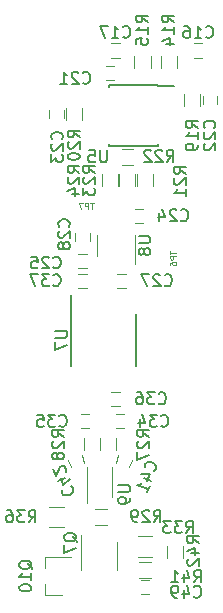
<source format=gbo>
G04 #@! TF.GenerationSoftware,KiCad,Pcbnew,(2017-12-21 revision 7586afd53)-makepkg*
G04 #@! TF.CreationDate,2018-10-14T14:18:47-07:00*
G04 #@! TF.ProjectId,fsorx,66736F72782E6B696361645F70636200,rev?*
G04 #@! TF.SameCoordinates,Original*
G04 #@! TF.FileFunction,Legend,Bot*
G04 #@! TF.FilePolarity,Positive*
%FSLAX46Y46*%
G04 Gerber Fmt 4.6, Leading zero omitted, Abs format (unit mm)*
G04 Created by KiCad (PCBNEW (2017-12-21 revision 7586afd53)-makepkg) date 10/14/18 14:18:47*
%MOMM*%
%LPD*%
G01*
G04 APERTURE LIST*
%ADD10C,0.120000*%
%ADD11C,0.150000*%
%ADD12C,0.125000*%
G04 APERTURE END LIST*
D10*
X82767424Y-129931944D02*
X82767424Y-126981944D01*
X85867424Y-127531944D02*
X85867424Y-129931944D01*
X85780000Y-119731944D02*
X85780000Y-118731944D01*
X84420000Y-118731944D02*
X84420000Y-119731944D01*
X83020000Y-118731944D02*
X83020000Y-119731944D01*
X84380000Y-119731944D02*
X84380000Y-118731944D01*
X85427633Y-123708278D02*
X85427633Y-121208278D01*
X83307633Y-121208278D02*
X83307633Y-124208278D01*
X93067424Y-85331944D02*
X92367424Y-85331944D01*
X92367424Y-86531944D02*
X93067424Y-86531944D01*
X86844109Y-121234105D02*
X87083523Y-120576320D01*
X85955891Y-120165895D02*
X85716477Y-120823680D01*
X81716477Y-120576320D02*
X81955891Y-121234105D01*
X83083523Y-120823680D02*
X82844109Y-120165895D01*
X88567424Y-130731944D02*
X87867424Y-130731944D01*
X87867424Y-131931944D02*
X88567424Y-131931944D01*
X79757424Y-132011944D02*
X79757424Y-131081944D01*
X79757424Y-128851944D02*
X79757424Y-129781944D01*
X79757424Y-128851944D02*
X81917424Y-128851944D01*
X79757424Y-132011944D02*
X81217424Y-132011944D01*
X89537424Y-86431944D02*
X89537424Y-87431944D01*
X90897424Y-87431944D02*
X90897424Y-86431944D01*
X87314678Y-86431944D02*
X87314678Y-87431944D01*
X88674678Y-87431944D02*
X88674678Y-86431944D01*
X84967424Y-124751944D02*
X83967424Y-124751944D01*
X83967424Y-126111944D02*
X84967424Y-126111944D01*
X87617424Y-128811944D02*
X88817424Y-128811944D01*
X88817424Y-127051944D02*
X87617424Y-127051944D01*
X81317424Y-124551944D02*
X80117424Y-124551944D01*
X80117424Y-126311944D02*
X81317424Y-126311944D01*
X88717424Y-129251944D02*
X87717424Y-129251944D01*
X87717424Y-130611944D02*
X88717424Y-130611944D01*
X90037424Y-127931944D02*
X90037424Y-128931944D01*
X91397424Y-128931944D02*
X91397424Y-127931944D01*
X86067424Y-85331944D02*
X85367424Y-85331944D01*
X85367424Y-86531944D02*
X86067424Y-86531944D01*
X85567424Y-87231944D02*
X84867424Y-87231944D01*
X84867424Y-88431944D02*
X85567424Y-88431944D01*
X93117424Y-89781944D02*
X93117424Y-90481944D01*
X94317424Y-90481944D02*
X94317424Y-89781944D01*
X81317424Y-91681944D02*
X81317424Y-90981944D01*
X80117424Y-90981944D02*
X80117424Y-91681944D01*
X88067424Y-99331944D02*
X87367424Y-99331944D01*
X87367424Y-100531944D02*
X88067424Y-100531944D01*
X83267424Y-103131944D02*
X82567424Y-103131944D01*
X82567424Y-104331944D02*
X83267424Y-104331944D01*
X86567424Y-104831944D02*
X85867424Y-104831944D01*
X85867424Y-106031944D02*
X86567424Y-106031944D01*
X82317424Y-101381944D02*
X82317424Y-102081944D01*
X83517424Y-102081944D02*
X83517424Y-101381944D01*
X85767424Y-117931944D02*
X86467424Y-117931944D01*
X86467424Y-116731944D02*
X85767424Y-116731944D01*
X83467424Y-116731944D02*
X82767424Y-116731944D01*
X82767424Y-117931944D02*
X83467424Y-117931944D01*
X86067424Y-114831944D02*
X85367424Y-114831944D01*
X85367424Y-116031944D02*
X86067424Y-116031944D01*
X82567424Y-106031944D02*
X83267424Y-106031944D01*
X83267424Y-104831944D02*
X82567424Y-104831944D01*
X91537424Y-89631944D02*
X91537424Y-90631944D01*
X92897424Y-90631944D02*
X92897424Y-89631944D01*
X82897424Y-91831944D02*
X82897424Y-90831944D01*
X81537424Y-90831944D02*
X81537424Y-91831944D01*
X88897424Y-97431944D02*
X88897424Y-96431944D01*
X87537424Y-96431944D02*
X87537424Y-97431944D01*
X87217424Y-94251944D02*
X86217424Y-94251944D01*
X86217424Y-95611944D02*
X87217424Y-95611944D01*
X86037424Y-96431944D02*
X86037424Y-97431944D01*
X87397424Y-97431944D02*
X87397424Y-96431944D01*
X85897424Y-97431944D02*
X85897424Y-96431944D01*
X84537424Y-96431944D02*
X84537424Y-97431944D01*
D11*
X89292424Y-88906944D02*
X90692424Y-88906944D01*
X89292424Y-94006944D02*
X85142424Y-94006944D01*
X89292424Y-88856944D02*
X85142424Y-88856944D01*
X89292424Y-94006944D02*
X89292424Y-93861944D01*
X85142424Y-94006944D02*
X85142424Y-93861944D01*
X85142424Y-88856944D02*
X85142424Y-89001944D01*
X89292424Y-88856944D02*
X89292424Y-88906944D01*
X81917424Y-106656944D02*
X81917424Y-112631944D01*
X87442424Y-108231944D02*
X87442424Y-112631944D01*
D10*
X87327424Y-101531944D02*
X87327424Y-103981944D01*
X84107424Y-103331944D02*
X84107424Y-101531944D01*
D11*
X82465043Y-127536705D02*
X82417424Y-127441467D01*
X82322185Y-127346229D01*
X82179328Y-127203372D01*
X82131709Y-127108134D01*
X82131709Y-127012896D01*
X82369804Y-127060515D02*
X82322185Y-126965277D01*
X82226947Y-126870039D01*
X82036471Y-126822420D01*
X81703138Y-126822420D01*
X81512662Y-126870039D01*
X81417424Y-126965277D01*
X81369804Y-127060515D01*
X81369804Y-127250991D01*
X81417424Y-127346229D01*
X81512662Y-127441467D01*
X81703138Y-127489086D01*
X82036471Y-127489086D01*
X82226947Y-127441467D01*
X82322185Y-127346229D01*
X82369804Y-127250991D01*
X82369804Y-127060515D01*
X81369804Y-127822420D02*
X81369804Y-128489086D01*
X82369804Y-128060515D01*
X88552380Y-118657142D02*
X88076190Y-118323809D01*
X88552380Y-118085714D02*
X87552380Y-118085714D01*
X87552380Y-118466666D01*
X87600000Y-118561904D01*
X87647619Y-118609523D01*
X87742857Y-118657142D01*
X87885714Y-118657142D01*
X87980952Y-118609523D01*
X88028571Y-118561904D01*
X88076190Y-118466666D01*
X88076190Y-118085714D01*
X87647619Y-119038095D02*
X87600000Y-119085714D01*
X87552380Y-119180952D01*
X87552380Y-119419047D01*
X87600000Y-119514285D01*
X87647619Y-119561904D01*
X87742857Y-119609523D01*
X87838095Y-119609523D01*
X87980952Y-119561904D01*
X88552380Y-118990476D01*
X88552380Y-119609523D01*
X87552380Y-119942857D02*
X87552380Y-120609523D01*
X88552380Y-120180952D01*
X81352380Y-118657142D02*
X80876190Y-118323809D01*
X81352380Y-118085714D02*
X80352380Y-118085714D01*
X80352380Y-118466666D01*
X80400000Y-118561904D01*
X80447619Y-118609523D01*
X80542857Y-118657142D01*
X80685714Y-118657142D01*
X80780952Y-118609523D01*
X80828571Y-118561904D01*
X80876190Y-118466666D01*
X80876190Y-118085714D01*
X80447619Y-119038095D02*
X80400000Y-119085714D01*
X80352380Y-119180952D01*
X80352380Y-119419047D01*
X80400000Y-119514285D01*
X80447619Y-119561904D01*
X80542857Y-119609523D01*
X80638095Y-119609523D01*
X80780952Y-119561904D01*
X81352380Y-118990476D01*
X81352380Y-119609523D01*
X80780952Y-120180952D02*
X80733333Y-120085714D01*
X80685714Y-120038095D01*
X80590476Y-119990476D01*
X80542857Y-119990476D01*
X80447619Y-120038095D01*
X80400000Y-120085714D01*
X80352380Y-120180952D01*
X80352380Y-120371428D01*
X80400000Y-120466666D01*
X80447619Y-120514285D01*
X80542857Y-120561904D01*
X80590476Y-120561904D01*
X80685714Y-120514285D01*
X80733333Y-120466666D01*
X80780952Y-120371428D01*
X80780952Y-120180952D01*
X80828571Y-120085714D01*
X80876190Y-120038095D01*
X80971428Y-119990476D01*
X81161904Y-119990476D01*
X81257142Y-120038095D01*
X81304761Y-120085714D01*
X81352380Y-120180952D01*
X81352380Y-120371428D01*
X81304761Y-120466666D01*
X81257142Y-120514285D01*
X81161904Y-120561904D01*
X80971428Y-120561904D01*
X80876190Y-120514285D01*
X80828571Y-120466666D01*
X80780952Y-120371428D01*
X85952380Y-122738095D02*
X86761904Y-122738095D01*
X86857142Y-122785714D01*
X86904761Y-122833333D01*
X86952380Y-122928571D01*
X86952380Y-123119047D01*
X86904761Y-123214285D01*
X86857142Y-123261904D01*
X86761904Y-123309523D01*
X85952380Y-123309523D01*
X86952380Y-123833333D02*
X86952380Y-124023809D01*
X86904761Y-124119047D01*
X86857142Y-124166666D01*
X86714285Y-124261904D01*
X86523809Y-124309523D01*
X86142857Y-124309523D01*
X86047619Y-124261904D01*
X86000000Y-124214285D01*
X85952380Y-124119047D01*
X85952380Y-123928571D01*
X86000000Y-123833333D01*
X86047619Y-123785714D01*
X86142857Y-123738095D01*
X86380952Y-123738095D01*
X86476190Y-123785714D01*
X86523809Y-123833333D01*
X86571428Y-123928571D01*
X86571428Y-124119047D01*
X86523809Y-124214285D01*
X86476190Y-124261904D01*
X86380952Y-124309523D01*
X93360281Y-84789086D02*
X93407900Y-84836705D01*
X93550757Y-84884324D01*
X93645995Y-84884324D01*
X93788852Y-84836705D01*
X93884090Y-84741467D01*
X93931709Y-84646229D01*
X93979328Y-84455753D01*
X93979328Y-84312896D01*
X93931709Y-84122420D01*
X93884090Y-84027182D01*
X93788852Y-83931944D01*
X93645995Y-83884324D01*
X93550757Y-83884324D01*
X93407900Y-83931944D01*
X93360281Y-83979563D01*
X92407900Y-84884324D02*
X92979328Y-84884324D01*
X92693614Y-84884324D02*
X92693614Y-83884324D01*
X92788852Y-84027182D01*
X92884090Y-84122420D01*
X92979328Y-84170039D01*
X91550757Y-83884324D02*
X91741233Y-83884324D01*
X91836471Y-83931944D01*
X91884090Y-83979563D01*
X91979328Y-84122420D01*
X92026947Y-84312896D01*
X92026947Y-84693848D01*
X91979328Y-84789086D01*
X91931709Y-84836705D01*
X91836471Y-84884324D01*
X91645995Y-84884324D01*
X91550757Y-84836705D01*
X91503138Y-84789086D01*
X91455519Y-84693848D01*
X91455519Y-84455753D01*
X91503138Y-84360515D01*
X91550757Y-84312896D01*
X91645995Y-84265277D01*
X91836471Y-84265277D01*
X91931709Y-84312896D01*
X91979328Y-84360515D01*
X92026947Y-84455753D01*
X88955474Y-121518061D02*
X89016508Y-121489601D01*
X89110115Y-121371646D01*
X89142689Y-121282151D01*
X89146801Y-121131623D01*
X89089880Y-121009555D01*
X89016672Y-120932234D01*
X88853970Y-120822340D01*
X88719728Y-120773480D01*
X88524452Y-120753081D01*
X88418671Y-120765255D01*
X88296603Y-120822176D01*
X88202996Y-120940131D01*
X88170423Y-121029626D01*
X88166310Y-121180154D01*
X88194771Y-121241188D01*
X88125347Y-122128072D02*
X88751809Y-122356086D01*
X87848802Y-121774042D02*
X88601444Y-121794606D01*
X88389718Y-122376321D01*
X88393502Y-123340525D02*
X88588942Y-122803558D01*
X88491222Y-123072042D02*
X87551529Y-122730022D01*
X87718344Y-122689387D01*
X87840412Y-122632466D01*
X87917733Y-122559258D01*
X81184265Y-123126238D02*
X81155804Y-123187272D01*
X81159917Y-123337800D01*
X81192491Y-123427295D01*
X81286098Y-123545250D01*
X81408166Y-123602171D01*
X81513947Y-123614345D01*
X81709223Y-123593945D01*
X81843465Y-123545085D01*
X82006167Y-123435191D01*
X82079375Y-123357871D01*
X82136296Y-123235803D01*
X82132183Y-123085274D01*
X82099610Y-122995780D01*
X82006003Y-122877825D01*
X81944969Y-122849364D01*
X81428072Y-122125347D02*
X80801610Y-122353360D01*
X81867484Y-122218790D02*
X81277708Y-122686826D01*
X81065981Y-122105112D01*
X81488942Y-121596441D02*
X81517402Y-121535407D01*
X81529576Y-121429626D01*
X81448143Y-121205889D01*
X81370822Y-121132681D01*
X81309788Y-121104221D01*
X81204007Y-121092047D01*
X81114513Y-121124620D01*
X80996557Y-121218227D01*
X80655030Y-121950635D01*
X80443304Y-121368920D01*
X92342857Y-132157142D02*
X92390476Y-132204761D01*
X92533333Y-132252380D01*
X92628571Y-132252380D01*
X92771428Y-132204761D01*
X92866666Y-132109523D01*
X92914285Y-132014285D01*
X92961904Y-131823809D01*
X92961904Y-131680952D01*
X92914285Y-131490476D01*
X92866666Y-131395238D01*
X92771428Y-131300000D01*
X92628571Y-131252380D01*
X92533333Y-131252380D01*
X92390476Y-131300000D01*
X92342857Y-131347619D01*
X91485714Y-131585714D02*
X91485714Y-132252380D01*
X91723809Y-131204761D02*
X91961904Y-131919047D01*
X91342857Y-131919047D01*
X90914285Y-132252380D02*
X90723809Y-132252380D01*
X90628571Y-132204761D01*
X90580952Y-132157142D01*
X90485714Y-132014285D01*
X90438095Y-131823809D01*
X90438095Y-131442857D01*
X90485714Y-131347619D01*
X90533333Y-131300000D01*
X90628571Y-131252380D01*
X90819047Y-131252380D01*
X90914285Y-131300000D01*
X90961904Y-131347619D01*
X91009523Y-131442857D01*
X91009523Y-131680952D01*
X90961904Y-131776190D01*
X90914285Y-131823809D01*
X90819047Y-131871428D01*
X90628571Y-131871428D01*
X90533333Y-131823809D01*
X90485714Y-131776190D01*
X90438095Y-131680952D01*
X78665043Y-129860515D02*
X78617424Y-129765277D01*
X78522185Y-129670039D01*
X78379328Y-129527182D01*
X78331709Y-129431944D01*
X78331709Y-129336705D01*
X78569804Y-129384324D02*
X78522185Y-129289086D01*
X78426947Y-129193848D01*
X78236471Y-129146229D01*
X77903138Y-129146229D01*
X77712662Y-129193848D01*
X77617424Y-129289086D01*
X77569804Y-129384324D01*
X77569804Y-129574801D01*
X77617424Y-129670039D01*
X77712662Y-129765277D01*
X77903138Y-129812896D01*
X78236471Y-129812896D01*
X78426947Y-129765277D01*
X78522185Y-129670039D01*
X78569804Y-129574801D01*
X78569804Y-129384324D01*
X78569804Y-130765277D02*
X78569804Y-130193848D01*
X78569804Y-130479563D02*
X77569804Y-130479563D01*
X77712662Y-130384324D01*
X77807900Y-130289086D01*
X77855519Y-130193848D01*
X77569804Y-131384324D02*
X77569804Y-131479563D01*
X77617424Y-131574801D01*
X77665043Y-131622420D01*
X77760281Y-131670039D01*
X77950757Y-131717658D01*
X78188852Y-131717658D01*
X78379328Y-131670039D01*
X78474566Y-131622420D01*
X78522185Y-131574801D01*
X78569804Y-131479563D01*
X78569804Y-131384324D01*
X78522185Y-131289086D01*
X78474566Y-131241467D01*
X78379328Y-131193848D01*
X78188852Y-131146229D01*
X77950757Y-131146229D01*
X77760281Y-131193848D01*
X77665043Y-131241467D01*
X77617424Y-131289086D01*
X77569804Y-131384324D01*
X90669804Y-83557142D02*
X90193614Y-83223809D01*
X90669804Y-82985714D02*
X89669804Y-82985714D01*
X89669804Y-83366666D01*
X89717424Y-83461904D01*
X89765043Y-83509523D01*
X89860281Y-83557142D01*
X90003138Y-83557142D01*
X90098376Y-83509523D01*
X90145995Y-83461904D01*
X90193614Y-83366666D01*
X90193614Y-82985714D01*
X90669804Y-84509523D02*
X90669804Y-83938095D01*
X90669804Y-84223809D02*
X89669804Y-84223809D01*
X89812662Y-84128571D01*
X89907900Y-84033333D01*
X89955519Y-83938095D01*
X90003138Y-85366666D02*
X90669804Y-85366666D01*
X89622185Y-85128571D02*
X90336471Y-84890476D01*
X90336471Y-85509523D01*
X88452380Y-83557142D02*
X87976190Y-83223809D01*
X88452380Y-82985714D02*
X87452380Y-82985714D01*
X87452380Y-83366666D01*
X87500000Y-83461904D01*
X87547619Y-83509523D01*
X87642857Y-83557142D01*
X87785714Y-83557142D01*
X87880952Y-83509523D01*
X87928571Y-83461904D01*
X87976190Y-83366666D01*
X87976190Y-82985714D01*
X88452380Y-84509523D02*
X88452380Y-83938095D01*
X88452380Y-84223809D02*
X87452380Y-84223809D01*
X87595238Y-84128571D01*
X87690476Y-84033333D01*
X87738095Y-83938095D01*
X87452380Y-85414285D02*
X87452380Y-84938095D01*
X87928571Y-84890476D01*
X87880952Y-84938095D01*
X87833333Y-85033333D01*
X87833333Y-85271428D01*
X87880952Y-85366666D01*
X87928571Y-85414285D01*
X88023809Y-85461904D01*
X88261904Y-85461904D01*
X88357142Y-85414285D01*
X88404761Y-85366666D01*
X88452380Y-85271428D01*
X88452380Y-85033333D01*
X88404761Y-84938095D01*
X88357142Y-84890476D01*
X88942857Y-125852380D02*
X89276190Y-125376190D01*
X89514285Y-125852380D02*
X89514285Y-124852380D01*
X89133333Y-124852380D01*
X89038095Y-124900000D01*
X88990476Y-124947619D01*
X88942857Y-125042857D01*
X88942857Y-125185714D01*
X88990476Y-125280952D01*
X89038095Y-125328571D01*
X89133333Y-125376190D01*
X89514285Y-125376190D01*
X88561904Y-124947619D02*
X88514285Y-124900000D01*
X88419047Y-124852380D01*
X88180952Y-124852380D01*
X88085714Y-124900000D01*
X88038095Y-124947619D01*
X87990476Y-125042857D01*
X87990476Y-125138095D01*
X88038095Y-125280952D01*
X88609523Y-125852380D01*
X87990476Y-125852380D01*
X87514285Y-125852380D02*
X87323809Y-125852380D01*
X87228571Y-125804761D01*
X87180952Y-125757142D01*
X87085714Y-125614285D01*
X87038095Y-125423809D01*
X87038095Y-125042857D01*
X87085714Y-124947619D01*
X87133333Y-124900000D01*
X87228571Y-124852380D01*
X87419047Y-124852380D01*
X87514285Y-124900000D01*
X87561904Y-124947619D01*
X87609523Y-125042857D01*
X87609523Y-125280952D01*
X87561904Y-125376190D01*
X87514285Y-125423809D01*
X87419047Y-125471428D01*
X87228571Y-125471428D01*
X87133333Y-125423809D01*
X87085714Y-125376190D01*
X87038095Y-125280952D01*
X91660281Y-126784324D02*
X91993614Y-126308134D01*
X92231709Y-126784324D02*
X92231709Y-125784324D01*
X91850757Y-125784324D01*
X91755519Y-125831944D01*
X91707900Y-125879563D01*
X91660281Y-125974801D01*
X91660281Y-126117658D01*
X91707900Y-126212896D01*
X91755519Y-126260515D01*
X91850757Y-126308134D01*
X92231709Y-126308134D01*
X91326947Y-125784324D02*
X90707900Y-125784324D01*
X91041233Y-126165277D01*
X90898376Y-126165277D01*
X90803138Y-126212896D01*
X90755519Y-126260515D01*
X90707900Y-126355753D01*
X90707900Y-126593848D01*
X90755519Y-126689086D01*
X90803138Y-126736705D01*
X90898376Y-126784324D01*
X91184090Y-126784324D01*
X91279328Y-126736705D01*
X91326947Y-126689086D01*
X90374566Y-125784324D02*
X89755519Y-125784324D01*
X90088852Y-126165277D01*
X89945995Y-126165277D01*
X89850757Y-126212896D01*
X89803138Y-126260515D01*
X89755519Y-126355753D01*
X89755519Y-126593848D01*
X89803138Y-126689086D01*
X89850757Y-126736705D01*
X89945995Y-126784324D01*
X90231709Y-126784324D01*
X90326947Y-126736705D01*
X90374566Y-126689086D01*
X78360281Y-125884324D02*
X78693614Y-125408134D01*
X78931709Y-125884324D02*
X78931709Y-124884324D01*
X78550757Y-124884324D01*
X78455519Y-124931944D01*
X78407900Y-124979563D01*
X78360281Y-125074801D01*
X78360281Y-125217658D01*
X78407900Y-125312896D01*
X78455519Y-125360515D01*
X78550757Y-125408134D01*
X78931709Y-125408134D01*
X78026947Y-124884324D02*
X77407900Y-124884324D01*
X77741233Y-125265277D01*
X77598376Y-125265277D01*
X77503138Y-125312896D01*
X77455519Y-125360515D01*
X77407900Y-125455753D01*
X77407900Y-125693848D01*
X77455519Y-125789086D01*
X77503138Y-125836705D01*
X77598376Y-125884324D01*
X77884090Y-125884324D01*
X77979328Y-125836705D01*
X78026947Y-125789086D01*
X76550757Y-124884324D02*
X76741233Y-124884324D01*
X76836471Y-124931944D01*
X76884090Y-124979563D01*
X76979328Y-125122420D01*
X77026947Y-125312896D01*
X77026947Y-125693848D01*
X76979328Y-125789086D01*
X76931709Y-125836705D01*
X76836471Y-125884324D01*
X76645995Y-125884324D01*
X76550757Y-125836705D01*
X76503138Y-125789086D01*
X76455519Y-125693848D01*
X76455519Y-125455753D01*
X76503138Y-125360515D01*
X76550757Y-125312896D01*
X76645995Y-125265277D01*
X76836471Y-125265277D01*
X76931709Y-125312896D01*
X76979328Y-125360515D01*
X77026947Y-125455753D01*
X92342857Y-130952380D02*
X92676190Y-130476190D01*
X92914285Y-130952380D02*
X92914285Y-129952380D01*
X92533333Y-129952380D01*
X92438095Y-130000000D01*
X92390476Y-130047619D01*
X92342857Y-130142857D01*
X92342857Y-130285714D01*
X92390476Y-130380952D01*
X92438095Y-130428571D01*
X92533333Y-130476190D01*
X92914285Y-130476190D01*
X91485714Y-130285714D02*
X91485714Y-130952380D01*
X91723809Y-129904761D02*
X91961904Y-130619047D01*
X91342857Y-130619047D01*
X90438095Y-130952380D02*
X91009523Y-130952380D01*
X90723809Y-130952380D02*
X90723809Y-129952380D01*
X90819047Y-130095238D01*
X90914285Y-130190476D01*
X91009523Y-130238095D01*
X92769804Y-127657142D02*
X92293614Y-127323809D01*
X92769804Y-127085714D02*
X91769804Y-127085714D01*
X91769804Y-127466666D01*
X91817424Y-127561904D01*
X91865043Y-127609523D01*
X91960281Y-127657142D01*
X92103138Y-127657142D01*
X92198376Y-127609523D01*
X92245995Y-127561904D01*
X92293614Y-127466666D01*
X92293614Y-127085714D01*
X92103138Y-128514285D02*
X92769804Y-128514285D01*
X91722185Y-128276190D02*
X92436471Y-128038095D01*
X92436471Y-128657142D01*
X91865043Y-128990476D02*
X91817424Y-129038095D01*
X91769804Y-129133333D01*
X91769804Y-129371428D01*
X91817424Y-129466666D01*
X91865043Y-129514285D01*
X91960281Y-129561904D01*
X92055519Y-129561904D01*
X92198376Y-129514285D01*
X92769804Y-128942857D01*
X92769804Y-129561904D01*
D12*
X83848376Y-98858134D02*
X83562662Y-98858134D01*
X83705519Y-99358134D02*
X83705519Y-98858134D01*
X83395995Y-99358134D02*
X83395995Y-98858134D01*
X83205519Y-98858134D01*
X83157900Y-98881944D01*
X83134090Y-98905753D01*
X83110281Y-98953372D01*
X83110281Y-99024801D01*
X83134090Y-99072420D01*
X83157900Y-99096229D01*
X83205519Y-99120039D01*
X83395995Y-99120039D01*
X82943614Y-98858134D02*
X82610281Y-98858134D01*
X82824566Y-99358134D01*
D11*
X86342857Y-84757142D02*
X86390476Y-84804761D01*
X86533333Y-84852380D01*
X86628571Y-84852380D01*
X86771428Y-84804761D01*
X86866666Y-84709523D01*
X86914285Y-84614285D01*
X86961904Y-84423809D01*
X86961904Y-84280952D01*
X86914285Y-84090476D01*
X86866666Y-83995238D01*
X86771428Y-83900000D01*
X86628571Y-83852380D01*
X86533333Y-83852380D01*
X86390476Y-83900000D01*
X86342857Y-83947619D01*
X85390476Y-84852380D02*
X85961904Y-84852380D01*
X85676190Y-84852380D02*
X85676190Y-83852380D01*
X85771428Y-83995238D01*
X85866666Y-84090476D01*
X85961904Y-84138095D01*
X85057142Y-83852380D02*
X84390476Y-83852380D01*
X84819047Y-84852380D01*
X82942857Y-88657142D02*
X82990476Y-88704761D01*
X83133333Y-88752380D01*
X83228571Y-88752380D01*
X83371428Y-88704761D01*
X83466666Y-88609523D01*
X83514285Y-88514285D01*
X83561904Y-88323809D01*
X83561904Y-88180952D01*
X83514285Y-87990476D01*
X83466666Y-87895238D01*
X83371428Y-87800000D01*
X83228571Y-87752380D01*
X83133333Y-87752380D01*
X82990476Y-87800000D01*
X82942857Y-87847619D01*
X82561904Y-87847619D02*
X82514285Y-87800000D01*
X82419047Y-87752380D01*
X82180952Y-87752380D01*
X82085714Y-87800000D01*
X82038095Y-87847619D01*
X81990476Y-87942857D01*
X81990476Y-88038095D01*
X82038095Y-88180952D01*
X82609523Y-88752380D01*
X81990476Y-88752380D01*
X81038095Y-88752380D02*
X81609523Y-88752380D01*
X81323809Y-88752380D02*
X81323809Y-87752380D01*
X81419047Y-87895238D01*
X81514285Y-87990476D01*
X81609523Y-88038095D01*
X94074566Y-92489086D02*
X94122185Y-92441467D01*
X94169804Y-92298610D01*
X94169804Y-92203372D01*
X94122185Y-92060515D01*
X94026947Y-91965277D01*
X93931709Y-91917658D01*
X93741233Y-91870039D01*
X93598376Y-91870039D01*
X93407900Y-91917658D01*
X93312662Y-91965277D01*
X93217424Y-92060515D01*
X93169804Y-92203372D01*
X93169804Y-92298610D01*
X93217424Y-92441467D01*
X93265043Y-92489086D01*
X93265043Y-92870039D02*
X93217424Y-92917658D01*
X93169804Y-93012896D01*
X93169804Y-93250991D01*
X93217424Y-93346229D01*
X93265043Y-93393848D01*
X93360281Y-93441467D01*
X93455519Y-93441467D01*
X93598376Y-93393848D01*
X94169804Y-92822420D01*
X94169804Y-93441467D01*
X93265043Y-93822420D02*
X93217424Y-93870039D01*
X93169804Y-93965277D01*
X93169804Y-94203372D01*
X93217424Y-94298610D01*
X93265043Y-94346229D01*
X93360281Y-94393848D01*
X93455519Y-94393848D01*
X93598376Y-94346229D01*
X94169804Y-93774801D01*
X94169804Y-94393848D01*
X81157142Y-93457142D02*
X81204761Y-93409523D01*
X81252380Y-93266666D01*
X81252380Y-93171428D01*
X81204761Y-93028571D01*
X81109523Y-92933333D01*
X81014285Y-92885714D01*
X80823809Y-92838095D01*
X80680952Y-92838095D01*
X80490476Y-92885714D01*
X80395238Y-92933333D01*
X80300000Y-93028571D01*
X80252380Y-93171428D01*
X80252380Y-93266666D01*
X80300000Y-93409523D01*
X80347619Y-93457142D01*
X80347619Y-93838095D02*
X80300000Y-93885714D01*
X80252380Y-93980952D01*
X80252380Y-94219047D01*
X80300000Y-94314285D01*
X80347619Y-94361904D01*
X80442857Y-94409523D01*
X80538095Y-94409523D01*
X80680952Y-94361904D01*
X81252380Y-93790476D01*
X81252380Y-94409523D01*
X80252380Y-94742857D02*
X80252380Y-95361904D01*
X80633333Y-95028571D01*
X80633333Y-95171428D01*
X80680952Y-95266666D01*
X80728571Y-95314285D01*
X80823809Y-95361904D01*
X81061904Y-95361904D01*
X81157142Y-95314285D01*
X81204761Y-95266666D01*
X81252380Y-95171428D01*
X81252380Y-94885714D01*
X81204761Y-94790476D01*
X81157142Y-94742857D01*
X91242857Y-100289086D02*
X91290476Y-100336705D01*
X91433333Y-100384324D01*
X91528571Y-100384324D01*
X91671428Y-100336705D01*
X91766666Y-100241467D01*
X91814285Y-100146229D01*
X91861904Y-99955753D01*
X91861904Y-99812896D01*
X91814285Y-99622420D01*
X91766666Y-99527182D01*
X91671428Y-99431944D01*
X91528571Y-99384324D01*
X91433333Y-99384324D01*
X91290476Y-99431944D01*
X91242857Y-99479563D01*
X90861904Y-99479563D02*
X90814285Y-99431944D01*
X90719047Y-99384324D01*
X90480952Y-99384324D01*
X90385714Y-99431944D01*
X90338095Y-99479563D01*
X90290476Y-99574801D01*
X90290476Y-99670039D01*
X90338095Y-99812896D01*
X90909523Y-100384324D01*
X90290476Y-100384324D01*
X89433333Y-99717658D02*
X89433333Y-100384324D01*
X89671428Y-99336705D02*
X89909523Y-100050991D01*
X89290476Y-100050991D01*
X80442857Y-104289086D02*
X80490476Y-104336705D01*
X80633333Y-104384324D01*
X80728571Y-104384324D01*
X80871428Y-104336705D01*
X80966666Y-104241467D01*
X81014285Y-104146229D01*
X81061904Y-103955753D01*
X81061904Y-103812896D01*
X81014285Y-103622420D01*
X80966666Y-103527182D01*
X80871428Y-103431944D01*
X80728571Y-103384324D01*
X80633333Y-103384324D01*
X80490476Y-103431944D01*
X80442857Y-103479563D01*
X80061904Y-103479563D02*
X80014285Y-103431944D01*
X79919047Y-103384324D01*
X79680952Y-103384324D01*
X79585714Y-103431944D01*
X79538095Y-103479563D01*
X79490476Y-103574801D01*
X79490476Y-103670039D01*
X79538095Y-103812896D01*
X80109523Y-104384324D01*
X79490476Y-104384324D01*
X78585714Y-103384324D02*
X79061904Y-103384324D01*
X79109523Y-103860515D01*
X79061904Y-103812896D01*
X78966666Y-103765277D01*
X78728571Y-103765277D01*
X78633333Y-103812896D01*
X78585714Y-103860515D01*
X78538095Y-103955753D01*
X78538095Y-104193848D01*
X78585714Y-104289086D01*
X78633333Y-104336705D01*
X78728571Y-104384324D01*
X78966666Y-104384324D01*
X79061904Y-104336705D01*
X79109523Y-104289086D01*
X89860281Y-105789086D02*
X89907900Y-105836705D01*
X90050757Y-105884324D01*
X90145995Y-105884324D01*
X90288852Y-105836705D01*
X90384090Y-105741467D01*
X90431709Y-105646229D01*
X90479328Y-105455753D01*
X90479328Y-105312896D01*
X90431709Y-105122420D01*
X90384090Y-105027182D01*
X90288852Y-104931944D01*
X90145995Y-104884324D01*
X90050757Y-104884324D01*
X89907900Y-104931944D01*
X89860281Y-104979563D01*
X89479328Y-104979563D02*
X89431709Y-104931944D01*
X89336471Y-104884324D01*
X89098376Y-104884324D01*
X89003138Y-104931944D01*
X88955519Y-104979563D01*
X88907900Y-105074801D01*
X88907900Y-105170039D01*
X88955519Y-105312896D01*
X89526947Y-105884324D01*
X88907900Y-105884324D01*
X88574566Y-104884324D02*
X87907900Y-104884324D01*
X88336471Y-105884324D01*
X81757142Y-100857142D02*
X81804761Y-100809523D01*
X81852380Y-100666666D01*
X81852380Y-100571428D01*
X81804761Y-100428571D01*
X81709523Y-100333333D01*
X81614285Y-100285714D01*
X81423809Y-100238095D01*
X81280952Y-100238095D01*
X81090476Y-100285714D01*
X80995238Y-100333333D01*
X80900000Y-100428571D01*
X80852380Y-100571428D01*
X80852380Y-100666666D01*
X80900000Y-100809523D01*
X80947619Y-100857142D01*
X80947619Y-101238095D02*
X80900000Y-101285714D01*
X80852380Y-101380952D01*
X80852380Y-101619047D01*
X80900000Y-101714285D01*
X80947619Y-101761904D01*
X81042857Y-101809523D01*
X81138095Y-101809523D01*
X81280952Y-101761904D01*
X81852380Y-101190476D01*
X81852380Y-101809523D01*
X81280952Y-102380952D02*
X81233333Y-102285714D01*
X81185714Y-102238095D01*
X81090476Y-102190476D01*
X81042857Y-102190476D01*
X80947619Y-102238095D01*
X80900000Y-102285714D01*
X80852380Y-102380952D01*
X80852380Y-102571428D01*
X80900000Y-102666666D01*
X80947619Y-102714285D01*
X81042857Y-102761904D01*
X81090476Y-102761904D01*
X81185714Y-102714285D01*
X81233333Y-102666666D01*
X81280952Y-102571428D01*
X81280952Y-102380952D01*
X81328571Y-102285714D01*
X81376190Y-102238095D01*
X81471428Y-102190476D01*
X81661904Y-102190476D01*
X81757142Y-102238095D01*
X81804761Y-102285714D01*
X81852380Y-102380952D01*
X81852380Y-102571428D01*
X81804761Y-102666666D01*
X81757142Y-102714285D01*
X81661904Y-102761904D01*
X81471428Y-102761904D01*
X81376190Y-102714285D01*
X81328571Y-102666666D01*
X81280952Y-102571428D01*
X89560281Y-117689086D02*
X89607900Y-117736705D01*
X89750757Y-117784324D01*
X89845995Y-117784324D01*
X89988852Y-117736705D01*
X90084090Y-117641467D01*
X90131709Y-117546229D01*
X90179328Y-117355753D01*
X90179328Y-117212896D01*
X90131709Y-117022420D01*
X90084090Y-116927182D01*
X89988852Y-116831944D01*
X89845995Y-116784324D01*
X89750757Y-116784324D01*
X89607900Y-116831944D01*
X89560281Y-116879563D01*
X89226947Y-116784324D02*
X88607900Y-116784324D01*
X88941233Y-117165277D01*
X88798376Y-117165277D01*
X88703138Y-117212896D01*
X88655519Y-117260515D01*
X88607900Y-117355753D01*
X88607900Y-117593848D01*
X88655519Y-117689086D01*
X88703138Y-117736705D01*
X88798376Y-117784324D01*
X89084090Y-117784324D01*
X89179328Y-117736705D01*
X89226947Y-117689086D01*
X87750757Y-117117658D02*
X87750757Y-117784324D01*
X87988852Y-116736705D02*
X88226947Y-117450991D01*
X87607900Y-117450991D01*
X80960281Y-117689086D02*
X81007900Y-117736705D01*
X81150757Y-117784324D01*
X81245995Y-117784324D01*
X81388852Y-117736705D01*
X81484090Y-117641467D01*
X81531709Y-117546229D01*
X81579328Y-117355753D01*
X81579328Y-117212896D01*
X81531709Y-117022420D01*
X81484090Y-116927182D01*
X81388852Y-116831944D01*
X81245995Y-116784324D01*
X81150757Y-116784324D01*
X81007900Y-116831944D01*
X80960281Y-116879563D01*
X80626947Y-116784324D02*
X80007900Y-116784324D01*
X80341233Y-117165277D01*
X80198376Y-117165277D01*
X80103138Y-117212896D01*
X80055519Y-117260515D01*
X80007900Y-117355753D01*
X80007900Y-117593848D01*
X80055519Y-117689086D01*
X80103138Y-117736705D01*
X80198376Y-117784324D01*
X80484090Y-117784324D01*
X80579328Y-117736705D01*
X80626947Y-117689086D01*
X79103138Y-116784324D02*
X79579328Y-116784324D01*
X79626947Y-117260515D01*
X79579328Y-117212896D01*
X79484090Y-117165277D01*
X79245995Y-117165277D01*
X79150757Y-117212896D01*
X79103138Y-117260515D01*
X79055519Y-117355753D01*
X79055519Y-117593848D01*
X79103138Y-117689086D01*
X79150757Y-117736705D01*
X79245995Y-117784324D01*
X79484090Y-117784324D01*
X79579328Y-117736705D01*
X79626947Y-117689086D01*
X89360281Y-115789086D02*
X89407900Y-115836705D01*
X89550757Y-115884324D01*
X89645995Y-115884324D01*
X89788852Y-115836705D01*
X89884090Y-115741467D01*
X89931709Y-115646229D01*
X89979328Y-115455753D01*
X89979328Y-115312896D01*
X89931709Y-115122420D01*
X89884090Y-115027182D01*
X89788852Y-114931944D01*
X89645995Y-114884324D01*
X89550757Y-114884324D01*
X89407900Y-114931944D01*
X89360281Y-114979563D01*
X89026947Y-114884324D02*
X88407900Y-114884324D01*
X88741233Y-115265277D01*
X88598376Y-115265277D01*
X88503138Y-115312896D01*
X88455519Y-115360515D01*
X88407900Y-115455753D01*
X88407900Y-115693848D01*
X88455519Y-115789086D01*
X88503138Y-115836705D01*
X88598376Y-115884324D01*
X88884090Y-115884324D01*
X88979328Y-115836705D01*
X89026947Y-115789086D01*
X87550757Y-114884324D02*
X87741233Y-114884324D01*
X87836471Y-114931944D01*
X87884090Y-114979563D01*
X87979328Y-115122420D01*
X88026947Y-115312896D01*
X88026947Y-115693848D01*
X87979328Y-115789086D01*
X87931709Y-115836705D01*
X87836471Y-115884324D01*
X87645995Y-115884324D01*
X87550757Y-115836705D01*
X87503138Y-115789086D01*
X87455519Y-115693848D01*
X87455519Y-115455753D01*
X87503138Y-115360515D01*
X87550757Y-115312896D01*
X87645995Y-115265277D01*
X87836471Y-115265277D01*
X87931709Y-115312896D01*
X87979328Y-115360515D01*
X88026947Y-115455753D01*
X80442857Y-105789086D02*
X80490476Y-105836705D01*
X80633333Y-105884324D01*
X80728571Y-105884324D01*
X80871428Y-105836705D01*
X80966666Y-105741467D01*
X81014285Y-105646229D01*
X81061904Y-105455753D01*
X81061904Y-105312896D01*
X81014285Y-105122420D01*
X80966666Y-105027182D01*
X80871428Y-104931944D01*
X80728571Y-104884324D01*
X80633333Y-104884324D01*
X80490476Y-104931944D01*
X80442857Y-104979563D01*
X80109523Y-104884324D02*
X79490476Y-104884324D01*
X79823809Y-105265277D01*
X79680952Y-105265277D01*
X79585714Y-105312896D01*
X79538095Y-105360515D01*
X79490476Y-105455753D01*
X79490476Y-105693848D01*
X79538095Y-105789086D01*
X79585714Y-105836705D01*
X79680952Y-105884324D01*
X79966666Y-105884324D01*
X80061904Y-105836705D01*
X80109523Y-105789086D01*
X79157142Y-104884324D02*
X78490476Y-104884324D01*
X78919047Y-105884324D01*
X92669804Y-92489086D02*
X92193614Y-92155753D01*
X92669804Y-91917658D02*
X91669804Y-91917658D01*
X91669804Y-92298610D01*
X91717424Y-92393848D01*
X91765043Y-92441467D01*
X91860281Y-92489086D01*
X92003138Y-92489086D01*
X92098376Y-92441467D01*
X92145995Y-92393848D01*
X92193614Y-92298610D01*
X92193614Y-91917658D01*
X92669804Y-93441467D02*
X92669804Y-92870039D01*
X92669804Y-93155753D02*
X91669804Y-93155753D01*
X91812662Y-93060515D01*
X91907900Y-92965277D01*
X91955519Y-92870039D01*
X92669804Y-93917658D02*
X92669804Y-94108134D01*
X92622185Y-94203372D01*
X92574566Y-94250991D01*
X92431709Y-94346229D01*
X92241233Y-94393848D01*
X91860281Y-94393848D01*
X91765043Y-94346229D01*
X91717424Y-94298610D01*
X91669804Y-94203372D01*
X91669804Y-94012896D01*
X91717424Y-93917658D01*
X91765043Y-93870039D01*
X91860281Y-93822420D01*
X92098376Y-93822420D01*
X92193614Y-93870039D01*
X92241233Y-93917658D01*
X92288852Y-94012896D01*
X92288852Y-94203372D01*
X92241233Y-94298610D01*
X92193614Y-94346229D01*
X92098376Y-94393848D01*
X82669804Y-93289086D02*
X82193614Y-92955753D01*
X82669804Y-92717658D02*
X81669804Y-92717658D01*
X81669804Y-93098610D01*
X81717424Y-93193848D01*
X81765043Y-93241467D01*
X81860281Y-93289086D01*
X82003138Y-93289086D01*
X82098376Y-93241467D01*
X82145995Y-93193848D01*
X82193614Y-93098610D01*
X82193614Y-92717658D01*
X81765043Y-93670039D02*
X81717424Y-93717658D01*
X81669804Y-93812896D01*
X81669804Y-94050991D01*
X81717424Y-94146229D01*
X81765043Y-94193848D01*
X81860281Y-94241467D01*
X81955519Y-94241467D01*
X82098376Y-94193848D01*
X82669804Y-93622420D01*
X82669804Y-94241467D01*
X81669804Y-94860515D02*
X81669804Y-94955753D01*
X81717424Y-95050991D01*
X81765043Y-95098610D01*
X81860281Y-95146229D01*
X82050757Y-95193848D01*
X82288852Y-95193848D01*
X82479328Y-95146229D01*
X82574566Y-95098610D01*
X82622185Y-95050991D01*
X82669804Y-94955753D01*
X82669804Y-94860515D01*
X82622185Y-94765277D01*
X82574566Y-94717658D01*
X82479328Y-94670039D01*
X82288852Y-94622420D01*
X82050757Y-94622420D01*
X81860281Y-94670039D01*
X81765043Y-94717658D01*
X81717424Y-94765277D01*
X81669804Y-94860515D01*
X91652380Y-96357142D02*
X91176190Y-96023809D01*
X91652380Y-95785714D02*
X90652380Y-95785714D01*
X90652380Y-96166666D01*
X90700000Y-96261904D01*
X90747619Y-96309523D01*
X90842857Y-96357142D01*
X90985714Y-96357142D01*
X91080952Y-96309523D01*
X91128571Y-96261904D01*
X91176190Y-96166666D01*
X91176190Y-95785714D01*
X90747619Y-96738095D02*
X90700000Y-96785714D01*
X90652380Y-96880952D01*
X90652380Y-97119047D01*
X90700000Y-97214285D01*
X90747619Y-97261904D01*
X90842857Y-97309523D01*
X90938095Y-97309523D01*
X91080952Y-97261904D01*
X91652380Y-96690476D01*
X91652380Y-97309523D01*
X91652380Y-98261904D02*
X91652380Y-97690476D01*
X91652380Y-97976190D02*
X90652380Y-97976190D01*
X90795238Y-97880952D01*
X90890476Y-97785714D01*
X90938095Y-97690476D01*
X90042857Y-95352380D02*
X90376190Y-94876190D01*
X90614285Y-95352380D02*
X90614285Y-94352380D01*
X90233333Y-94352380D01*
X90138095Y-94400000D01*
X90090476Y-94447619D01*
X90042857Y-94542857D01*
X90042857Y-94685714D01*
X90090476Y-94780952D01*
X90138095Y-94828571D01*
X90233333Y-94876190D01*
X90614285Y-94876190D01*
X89661904Y-94447619D02*
X89614285Y-94400000D01*
X89519047Y-94352380D01*
X89280952Y-94352380D01*
X89185714Y-94400000D01*
X89138095Y-94447619D01*
X89090476Y-94542857D01*
X89090476Y-94638095D01*
X89138095Y-94780952D01*
X89709523Y-95352380D01*
X89090476Y-95352380D01*
X88709523Y-94447619D02*
X88661904Y-94400000D01*
X88566666Y-94352380D01*
X88328571Y-94352380D01*
X88233333Y-94400000D01*
X88185714Y-94447619D01*
X88138095Y-94542857D01*
X88138095Y-94638095D01*
X88185714Y-94780952D01*
X88757142Y-95352380D01*
X88138095Y-95352380D01*
X83952380Y-96289086D02*
X83476190Y-95955753D01*
X83952380Y-95717658D02*
X82952380Y-95717658D01*
X82952380Y-96098610D01*
X83000000Y-96193848D01*
X83047619Y-96241467D01*
X83142857Y-96289086D01*
X83285714Y-96289086D01*
X83380952Y-96241467D01*
X83428571Y-96193848D01*
X83476190Y-96098610D01*
X83476190Y-95717658D01*
X83047619Y-96670039D02*
X83000000Y-96717658D01*
X82952380Y-96812896D01*
X82952380Y-97050991D01*
X83000000Y-97146229D01*
X83047619Y-97193848D01*
X83142857Y-97241467D01*
X83238095Y-97241467D01*
X83380952Y-97193848D01*
X83952380Y-96622420D01*
X83952380Y-97241467D01*
X82952380Y-97574801D02*
X82952380Y-98193848D01*
X83333333Y-97860515D01*
X83333333Y-98003372D01*
X83380952Y-98098610D01*
X83428571Y-98146229D01*
X83523809Y-98193848D01*
X83761904Y-98193848D01*
X83857142Y-98146229D01*
X83904761Y-98098610D01*
X83952380Y-98003372D01*
X83952380Y-97717658D01*
X83904761Y-97622420D01*
X83857142Y-97574801D01*
X82652380Y-96289086D02*
X82176190Y-95955753D01*
X82652380Y-95717658D02*
X81652380Y-95717658D01*
X81652380Y-96098610D01*
X81700000Y-96193848D01*
X81747619Y-96241467D01*
X81842857Y-96289086D01*
X81985714Y-96289086D01*
X82080952Y-96241467D01*
X82128571Y-96193848D01*
X82176190Y-96098610D01*
X82176190Y-95717658D01*
X81747619Y-96670039D02*
X81700000Y-96717658D01*
X81652380Y-96812896D01*
X81652380Y-97050991D01*
X81700000Y-97146229D01*
X81747619Y-97193848D01*
X81842857Y-97241467D01*
X81938095Y-97241467D01*
X82080952Y-97193848D01*
X82652380Y-96622420D01*
X82652380Y-97241467D01*
X81985714Y-98098610D02*
X82652380Y-98098610D01*
X81604761Y-97860515D02*
X82319047Y-97622420D01*
X82319047Y-98241467D01*
D12*
X90343614Y-102900991D02*
X90343614Y-103186705D01*
X90843614Y-103043848D02*
X90343614Y-103043848D01*
X90843614Y-103353372D02*
X90343614Y-103353372D01*
X90343614Y-103543848D01*
X90367424Y-103591467D01*
X90391233Y-103615277D01*
X90438852Y-103639086D01*
X90510281Y-103639086D01*
X90557900Y-103615277D01*
X90581709Y-103591467D01*
X90605519Y-103543848D01*
X90605519Y-103353372D01*
X90343614Y-104067658D02*
X90343614Y-103972420D01*
X90367424Y-103924801D01*
X90391233Y-103900991D01*
X90462662Y-103853372D01*
X90557900Y-103829563D01*
X90748376Y-103829563D01*
X90795995Y-103853372D01*
X90819804Y-103877182D01*
X90843614Y-103924801D01*
X90843614Y-104020039D01*
X90819804Y-104067658D01*
X90795995Y-104091467D01*
X90748376Y-104115277D01*
X90629328Y-104115277D01*
X90581709Y-104091467D01*
X90557900Y-104067658D01*
X90534090Y-104020039D01*
X90534090Y-103924801D01*
X90557900Y-103877182D01*
X90581709Y-103853372D01*
X90629328Y-103829563D01*
D11*
X84979328Y-94384324D02*
X84979328Y-95193848D01*
X84931709Y-95289086D01*
X84884090Y-95336705D01*
X84788852Y-95384324D01*
X84598376Y-95384324D01*
X84503138Y-95336705D01*
X84455519Y-95289086D01*
X84407900Y-95193848D01*
X84407900Y-94384324D01*
X83455519Y-94384324D02*
X83931709Y-94384324D01*
X83979328Y-94860515D01*
X83931709Y-94812896D01*
X83836471Y-94765277D01*
X83598376Y-94765277D01*
X83503138Y-94812896D01*
X83455519Y-94860515D01*
X83407900Y-94955753D01*
X83407900Y-95193848D01*
X83455519Y-95289086D01*
X83503138Y-95336705D01*
X83598376Y-95384324D01*
X83836471Y-95384324D01*
X83931709Y-95336705D01*
X83979328Y-95289086D01*
X80619804Y-109670039D02*
X81429328Y-109670039D01*
X81524566Y-109717658D01*
X81572185Y-109765277D01*
X81619804Y-109860515D01*
X81619804Y-110050991D01*
X81572185Y-110146229D01*
X81524566Y-110193848D01*
X81429328Y-110241467D01*
X80619804Y-110241467D01*
X80619804Y-110622420D02*
X80619804Y-111289086D01*
X81619804Y-110860515D01*
X87669804Y-101670039D02*
X88479328Y-101670039D01*
X88574566Y-101717658D01*
X88622185Y-101765277D01*
X88669804Y-101860515D01*
X88669804Y-102050991D01*
X88622185Y-102146229D01*
X88574566Y-102193848D01*
X88479328Y-102241467D01*
X87669804Y-102241467D01*
X88098376Y-102860515D02*
X88050757Y-102765277D01*
X88003138Y-102717658D01*
X87907900Y-102670039D01*
X87860281Y-102670039D01*
X87765043Y-102717658D01*
X87717424Y-102765277D01*
X87669804Y-102860515D01*
X87669804Y-103050991D01*
X87717424Y-103146229D01*
X87765043Y-103193848D01*
X87860281Y-103241467D01*
X87907900Y-103241467D01*
X88003138Y-103193848D01*
X88050757Y-103146229D01*
X88098376Y-103050991D01*
X88098376Y-102860515D01*
X88145995Y-102765277D01*
X88193614Y-102717658D01*
X88288852Y-102670039D01*
X88479328Y-102670039D01*
X88574566Y-102717658D01*
X88622185Y-102765277D01*
X88669804Y-102860515D01*
X88669804Y-103050991D01*
X88622185Y-103146229D01*
X88574566Y-103193848D01*
X88479328Y-103241467D01*
X88288852Y-103241467D01*
X88193614Y-103193848D01*
X88145995Y-103146229D01*
X88098376Y-103050991D01*
M02*

</source>
